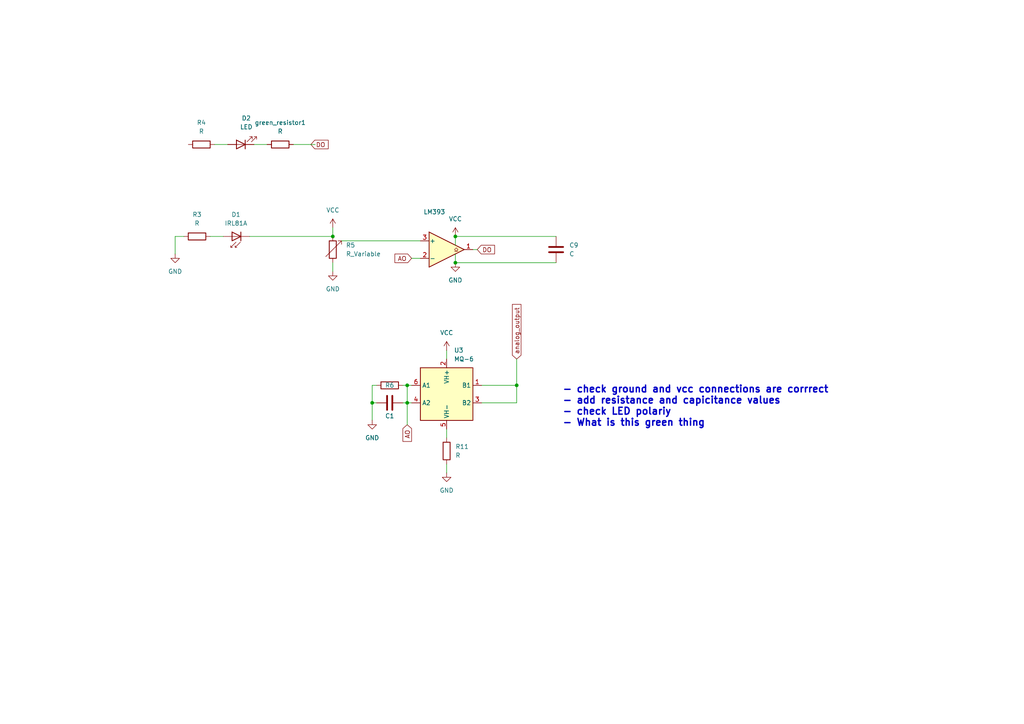
<source format=kicad_sch>
(kicad_sch (version 20250114) (generator "eeschema") (generator_version "9.0")
  (paper "A4")
  (lib_symbols
    (symbol "Comparator:LM393" (pin_names (offset 0.127))
      (property "Reference" "U" (at 3.81 3.81 0))
      (property "Value" "LM393" (at 6.35 -3.81 0))
      (symbol "LM393_1_1"
        (polyline (pts (xy -5.08 5.08) (xy 5.08 0) (xy -5.08 -5.08) (xy -5.08 5.08)) (stroke (width 0.254)) (fill (type background)))
        (polyline (pts (xy 3.302 -0.508) (xy 2.794 -0.508) (xy 3.302 0) (xy 2.794 0.508) (xy 2.286 0) (xy 2.794 -0.508) (xy 2.286 -0.508)) (stroke (width 0.127)))
        (pin input line (at -7.62 2.54 0) (length 2.54) (name "+") (number "3"))
        (pin input line (at -7.62 -2.54 0) (length 2.54) (name "-") (number "2"))
        (pin open_collector line (at 7.62 0 180) (length 2.54) (name "~") (number "1"))
      )
      (symbol "LM393_2_1"
        (polyline (pts (xy -5.08 5.08) (xy 5.08 0) (xy -5.08 -5.08) (xy -5.08 5.08)) (stroke (width 0.254)) (fill (type background)))
        (polyline (pts (xy 3.302 -0.508) (xy 2.794 -0.508) (xy 3.302 0) (xy 2.794 0.508) (xy 2.286 0) (xy 2.794 -0.508) (xy 2.286 -0.508)) (stroke (width 0.127)))
        (pin input line (at -7.62 2.54 0) (length 2.54) (name "+") (number "5"))
        (pin input line (at -7.62 -2.54 0) (length 2.54) (name "-") (number "6"))
        (pin open_collector line (at 7.62 0 180) (length 2.54) (name "~") (number "7"))
      )
      (symbol "LM393_3_1"
        (pin power_in line (at -2.54 7.62 270) (length 3.81) (name "V+") (number "8"))
        (pin power_in line (at -2.54 -7.62 90) (length 3.81) (name "V-") (number "4"))
      )
    )
    (symbol "Device:C" (pin_numbers (hide yes)) (pin_names (offset 0.254))
      (property "Reference" "C" (at 0.635 2.54 0))
      (property "Value" "C" (at 0.635 -2.54 0))
      (symbol "C_0_1"
        (polyline (pts (xy -2.032 0.762) (xy 2.032 0.762)) (stroke (width 0.508)))
        (polyline (pts (xy -2.032 -0.762) (xy 2.032 -0.762)) (stroke (width 0.508)))
      )
      (symbol "C_1_1"
        (pin passive line (at 0 3.81 270) (length 2.794) (name "~") (number "1"))
        (pin passive line (at 0 -3.81 90) (length 2.794) (name "~") (number "2"))
      )
    )
    (symbol "Device:LED" (pin_numbers (hide yes)) (pin_names (offset 1.016) (hide yes))
      (property "Reference" "D" (at 0 2.54 0))
      (property "Value" "LED" (at 0 -2.54 0))
      (symbol "LED_0_1"
        (polyline (pts (xy -3.048 -0.762) (xy -4.572 -2.286) (xy -3.81 -2.286) (xy -4.572 -2.286) (xy -4.572 -1.524)))
        (polyline (pts (xy -1.778 -0.762) (xy -3.302 -2.286) (xy -2.54 -2.286) (xy -3.302 -2.286) (xy -3.302 -1.524)))
        (polyline (pts (xy -1.27 0) (xy 1.27 0)))
        (polyline (pts (xy -1.27 -1.27) (xy -1.27 1.27)) (stroke (width 0.254)))
        (polyline (pts (xy 1.27 -1.27) (xy 1.27 1.27) (xy -1.27 0) (xy 1.27 -1.27)) (stroke (width 0.254)))
      )
      (symbol "LED_1_1"
        (pin passive line (at -3.81 0 0) (length 2.54) (name "K") (number "1"))
        (pin passive line (at 3.81 0 180) (length 2.54) (name "A") (number "2"))
      )
    )
    (symbol "Device:R" (pin_numbers (hide yes)) (pin_names (offset 0))
      (property "Reference" "R" (at 2.032 0 90))
      (property "Value" "R" (at 0 0 90))
      (symbol "R_0_1"
        (rectangle (start -1.016 -2.54) (end 1.016 2.54) (stroke (width 0.254)))
      )
      (symbol "R_1_1"
        (pin passive line (at 0 3.81 270) (length 1.27) (name "~") (number "1"))
        (pin passive line (at 0 -3.81 90) (length 1.27) (name "~") (number "2"))
      )
    )
    (symbol "Device:R_Variable" (pin_numbers (hide yes)) (pin_names (offset 0))
      (property "Reference" "R" (at 2.54 -2.54 90))
      (property "Value" "R_Variable" (at -2.54 -1.27 90))
      (symbol "R_Variable_0_1"
        (rectangle (start -1.016 -2.54) (end 1.016 2.54) (stroke (width 0.254)))
        (polyline (pts (xy 2.54 1.524) (xy 2.54 2.54) (xy 1.524 2.54) (xy 2.54 2.54) (xy -2.032 -2.032)))
      )
      (symbol "R_Variable_1_1"
        (pin passive line (at 0 3.81 270) (length 1.27) (name "~") (number "1"))
        (pin passive line (at 0 -3.81 90) (length 1.27) (name "~") (number "2"))
      )
    )
    (symbol "LED:IRL81A" (pin_numbers (hide yes)) (pin_names (offset 1.016) (hide yes))
      (property "Reference" "D" (at 0.508 1.778 0))
      (property "Value" "IRL81A" (at -1.016 -2.794 0))
      (symbol "IRL81A_0_1"
        (polyline (pts (xy -2.54 1.27) (xy -2.54 -1.27)) (stroke (width 0.254)))
        (polyline (pts (xy -2.54 0) (xy 0 0)))
        (polyline (pts (xy -2.413 1.651) (xy -0.889 3.175) (xy -0.889 2.667) (xy -0.889 3.175) (xy -1.397 3.175)))
        (polyline (pts (xy -1.143 1.651) (xy 0.381 3.175) (xy 0.381 2.667)))
        (polyline (pts (xy 0 -1.27) (xy 0 1.27) (xy -2.54 0) (xy 0 -1.27)) (stroke (width 0.254)))
        (polyline (pts (xy 0.381 3.175) (xy -0.127 3.175)))
      )
      (symbol "IRL81A_1_1"
        (pin passive line (at -5.08 0 0) (length 2.54) (name "K") (number "1"))
        (pin passive line (at 2.54 0 180) (length 2.54) (name "A") (number "2"))
      )
    )
    (symbol "Sensor_Gas:MQ-6"
      (property "Reference" "U" (at -6.35 8.89 0))
      (property "Value" "MQ-6" (at 3.81 8.89 0))
      (symbol "MQ-6_0_1"
        (rectangle (start -7.62 7.62) (end 7.62 -7.62) (stroke (width 0.254)) (fill (type background)))
      )
      (symbol "MQ-6_1_1"
        (pin passive line (at -10.16 2.54 0) (length 2.54) (name "A1") (number "6"))
        (pin passive line (at -10.16 -2.54 0) (length 2.54) (name "A2") (number "4"))
        (pin power_in line (at 0 10.16 270) (length 2.54) (name "VH+") (number "2"))
        (pin power_in line (at 0 -10.16 90) (length 2.54) (name "VH-") (number "5"))
        (pin passive line (at 10.16 2.54 180) (length 2.54) (name "B1") (number "1"))
        (pin passive line (at 10.16 -2.54 180) (length 2.54) (name "B2") (number "3"))
      )
    )
    (symbol "power:GND" (power) (pin_numbers (hide yes)) (pin_names (offset 0) (hide yes))
      (property "Value" "GND" (at 0 -3.81 0))
      (symbol "GND_0_1"
        (polyline (pts (xy 0 0) (xy 0 -1.27) (xy 1.27 -1.27) (xy 0 -2.54) (xy -1.27 -1.27) (xy 0 -1.27)))
      )
      (symbol "GND_1_1"
        (pin power_in line (at 0 0 270) (length 0) (name "~") (number "1"))
      )
    )
    (symbol "power:VCC" (power) (pin_numbers (hide yes)) (pin_names (offset 0) (hide yes))
      (property "Value" "VCC" (at 0 3.556 0))
      (symbol "VCC_0_1"
        (polyline (pts (xy -0.762 1.27) (xy 0 2.54)))
        (polyline (pts (xy 0 2.54) (xy 0.762 1.27)))
        (polyline (pts (xy 0 0) (xy 0 2.54)))
      )
      (symbol "VCC_1_1"
        (pin power_in line (at 0 0 90) (length 0) (name "~") (number "1"))
      )
    )
  )
  (text "\n- check ground and vcc connections are corrrect\n- add resistance and capicitance values\n- check LED polariy \n- What is this green thing\n\n\n\n\n" (at 163.068 122.682 0) (effects (font (size 2 2) (thickness 0.4) (bold yes)) (justify left)))
  (junction (at 149.86 111.76))
  (junction (at 118.11 116.84))
  (junction (at 107.95 116.84))
  (junction (at 118.11 111.76))
  (junction (at 96.52 68.58))
  (junction (at 132.08 68.58))
  (junction (at 132.08 76.2))
  (wire (pts (xy 132.08 68.58) (xy 132.08 71.12)))
  (wire (pts (xy 50.8 68.58) (xy 50.8 73.66)))
  (wire (pts (xy 107.95 111.76) (xy 109.22 111.76)))
  (wire (pts (xy 129.54 124.46) (xy 129.54 127)))
  (wire (pts (xy 116.84 111.76) (xy 118.11 111.76)))
  (wire (pts (xy 60.96 68.58) (xy 64.77 68.58)))
  (wire (pts (xy 96.52 66.04) (xy 96.52 68.58)))
  (wire (pts (xy 119.38 74.93) (xy 121.92 74.93)))
  (wire (pts (xy 118.11 116.84) (xy 118.11 123.19)))
  (wire (pts (xy 96.52 76.2) (xy 96.52 78.74)))
  (wire (pts (xy 119.38 111.76) (xy 118.11 111.76)))
  (wire (pts (xy 137.16 72.39) (xy 138.43 72.39)))
  (wire (pts (xy 129.54 101.6) (xy 129.54 104.14)))
  (wire (pts (xy 107.95 111.76) (xy 107.95 116.84)))
  (wire (pts (xy 116.84 116.84) (xy 118.11 116.84)))
  (wire (pts (xy 118.11 116.84) (xy 119.38 116.84)))
  (wire (pts (xy 149.86 111.76) (xy 149.86 116.84)))
  (wire (pts (xy 72.39 68.58) (xy 96.52 68.58)))
  (wire (pts (xy 161.29 68.58) (xy 132.08 68.58)))
  (wire (pts (xy 132.08 76.2) (xy 161.29 76.2)))
  (wire (pts (xy 129.54 134.62) (xy 129.54 137.16)))
  (wire (pts (xy 139.7 116.84) (xy 149.86 116.84)))
  (wire (pts (xy 107.95 116.84) (xy 107.95 121.92)))
  (wire (pts (xy 139.7 111.76) (xy 149.86 111.76)))
  (wire (pts (xy 53.34 68.58) (xy 50.8 68.58)))
  (wire (pts (xy 149.86 104.14) (xy 149.86 111.76)))
  (wire (pts (xy 62.23 41.91) (xy 66.04 41.91)))
  (wire (pts (xy 107.95 116.84) (xy 109.22 116.84)))
  (wire (pts (xy 132.08 73.66) (xy 132.08 76.2)))
  (wire (pts (xy 73.66 41.91) (xy 77.47 41.91)))
  (wire (pts (xy 85.09 41.91) (xy 91.44 41.91)))
  (wire (pts (xy 118.11 111.76) (xy 118.11 116.84)))
  (wire (pts (xy 99.06 69.85) (xy 121.92 69.85)))
  (global_label "analog_output" (shape input) (at 149.86 104.14 90) (property "Intersheetrefs" "${INTERSHEET_REFS}" (effects (hide yes))))
  (global_label "AO" (shape input) (at 118.11 123.19 270) (property "Intersheetrefs" "${INTERSHEET_REFS}" (effects (hide yes))))
  (global_label "AO" (shape input) (at 119.38 74.93 180) (property "Intersheetrefs" "${INTERSHEET_REFS}" (effects (hide yes))))
  (global_label "DO" (shape input) (at 138.43 72.39 0) (property "Intersheetrefs" "${INTERSHEET_REFS}" (effects (hide yes))))
  (global_label "DO" (shape input) (at 90.17 41.91 0) (property "Intersheetrefs" "${INTERSHEET_REFS}" (effects (hide yes))))
  (symbol (lib_id "Device:C") (at 113.03 116.84 270) (unit 1)
    (property "Reference" "C1" (at 113.03 120.65 90))
    (property "Value" "C" (effects (hide yes)))
    (property "Footprint" "Photon:C0603" (effects (hide yes)))
    (property "Description" "Unpolarized capacitor" (effects (hide yes)))
  )
  (symbol (lib_id "Device:R") (at 58.42 41.91 90) (unit 1)
    (property "Reference" "R4" (at 58.42 35.56 90))
    (property "Value" "R" (at 58.42 38.1 90))
    (property "Footprint" "Photon:R_0603_1608Metric_Pad0.98x0.95mm_HandSolder" (effects (hide yes)))
    (property "Description" "Resistor" (effects (hide yes)))
  )
  (symbol (lib_id "Device:R") (at 129.54 130.81 0) (unit 1)
    (property "Reference" "R11" (at 132.08 129.5399 0) (effects (justify left)))
    (property "Value" "R" (at 132.08 132.0799 0) (effects (justify left)))
    (property "Footprint" "Photon:R_0603_1608Metric_Pad0.98x0.95mm_HandSolder" (effects (hide yes)))
    (property "Description" "Resistor" (effects (hide yes)))
  )
  (symbol (lib_id "power:GND") (at 50.8 73.66 0) (unit 1)
    (property "Reference" "#PWR0108" (effects (hide yes)))
    (property "Value" "GND" (at 50.8 78.74 0))
    (property "Description" "Power symbol creates a global label with name \"GND\" , ground" (effects (hide yes)))
  )
  (symbol (lib_id "Device:R") (at 81.28 41.91 90) (unit 1)
    (property "Reference" "green_resistor1" (at 81.28 35.56 90))
    (property "Value" "R" (at 81.28 38.1 90))
    (property "Description" "Resistor" (effects (hide yes)))
  )
  (symbol (lib_id "power:GND") (at 107.95 121.92 0) (unit 1)
    (property "Reference" "#PWR0105" (effects (hide yes)))
    (property "Value" "GND" (at 107.95 127 0))
    (property "Description" "Power symbol creates a global label with name \"GND\" , ground" (effects (hide yes)))
  )
  (symbol (lib_id "Device:R") (at 113.03 111.76 90) (unit 1)
    (property "Reference" "R6" (at 113.03 111.76 90))
    (property "Value" "R" (effects (hide yes)))
    (property "Footprint" "Photon:R_0603_1608Metric_Pad0.98x0.95mm_HandSolder" (effects (hide yes)))
    (property "Description" "Resistor" (effects (hide yes)))
  )
  (symbol (lib_id "Device:C") (at 161.29 72.39 0) (unit 1)
    (property "Reference" "C9" (at 165.1 71.1199 0) (effects (justify left)))
    (property "Value" "C" (at 165.1 73.6599 0) (effects (justify left)))
    (property "Footprint" "Photon:C0603" (effects (hide yes)))
    (property "Description" "Unpolarized capacitor" (effects (hide yes)))
  )
  (symbol (lib_id "power:GND") (at 129.54 137.16 0) (unit 1)
    (property "Reference" "#PWR0101" (effects (hide yes)))
    (property "Value" "GND" (at 129.54 142.24 0))
    (property "Description" "Power symbol creates a global label with name \"GND\" , ground" (effects (hide yes)))
  )
  (symbol (lib_id "power:VCC") (at 96.52 66.04 0) (unit 1)
    (property "Reference" "#PWR0106" (effects (hide yes)))
    (property "Value" "VCC" (at 96.52 60.96 0))
    (property "Description" "Power symbol creates a global label with name \"VCC\"" (effects (hide yes)))
  )
  (symbol (lib_id "Comparator:LM393") (at 129.54 72.39 0) (unit 1)
    (property "Reference" "U2" (effects (hide yes)))
    (property "Value" "LM393" (at 125.984 61.468 0))
    (property "Datasheet" "http://www.ti.com/lit/ds/symlink/lm393.pdf" (effects (hide yes)))
    (property "Description" "Low-Power, Low-Offset Voltage, Dual Comparators, DIP-8/SOIC-8/TO-99-8" (effects (hide yes)))
  )
  (symbol (lib_id "power:GND") (at 96.52 78.74 0) (unit 1)
    (property "Reference" "#PWR0107" (effects (hide yes)))
    (property "Value" "GND" (at 96.52 83.82 0))
    (property "Description" "Power symbol creates a global label with name \"GND\" , ground" (effects (hide yes)))
  )
  (symbol (lib_id "Sensor_Gas:MQ-6") (at 129.54 114.3 0) (unit 1)
    (property "Reference" "U3" (at 131.6833 101.6 0) (effects (justify left)))
    (property "Value" "MQ-6" (at 131.6833 104.14 0) (effects (justify left)))
    (property "Footprint" "Sensor:MQ-6" (effects (hide yes)))
    (property "Datasheet" "https://www.winsen-sensor.com/d/files/semiconductor/mq-6.pdf" (effects (hide yes)))
    (property "Description" "Semiconductor Sensor for Flammable Gas" (effects (hide yes)))
  )
  (symbol (lib_id "Device:R") (at 57.15 68.58 90) (unit 1)
    (property "Reference" "R3" (at 57.15 62.23 90))
    (property "Value" "R" (at 57.15 64.77 90))
    (property "Footprint" "Photon:R_0603_1608Metric_Pad0.98x0.95mm_HandSolder" (effects (hide yes)))
    (property "Description" "Resistor" (effects (hide yes)))
  )
  (symbol (lib_id "power:VCC") (at 132.08 68.58 0) (unit 1)
    (property "Reference" "#PWR0103" (effects (hide yes)))
    (property "Value" "VCC" (at 132.08 63.5 0))
    (property "Description" "Power symbol creates a global label with name \"VCC\"" (effects (hide yes)))
  )
  (symbol (lib_id "Device:LED") (at 69.85 41.91 180) (unit 1)
    (property "Reference" "D2" (at 71.4375 34.29 0))
    (property "Value" "LED" (at 71.4375 36.83 0))
    (property "Description" "Light emitting diode" (effects (hide yes)))
    (property "Sim.Pins" "1=K 2=A" (effects (hide yes)))
  )
  (symbol (lib_id "power:GND") (at 132.08 76.2 0) (unit 1)
    (property "Reference" "#PWR0104" (effects (hide yes)))
    (property "Value" "GND" (at 132.08 81.28 0))
    (property "Description" "Power symbol creates a global label with name \"GND\" , ground" (effects (hide yes)))
  )
  (symbol (lib_id "LED:IRL81A") (at 67.31 68.58 180) (unit 1)
    (property "Reference" "D1" (at 68.453 62.23 0))
    (property "Value" "IRL81A" (at 68.453 64.77 0))
    (property "Footprint" "LED_THT:LED_SideEmitter_Rectangular_W4.5mm_H1.6mm" (effects (hide yes)))
    (property "Datasheet" "http://www.osram-os.com/Graphics/XPic0/00203825_0.pdf" (effects (hide yes)))
    (property "Description" "850nm High Power Infrared Emitter, Side-Emitter package" (effects (hide yes)))
  )
  (symbol (lib_id "Device:R_Variable") (at 96.52 72.39 0) (unit 1)
    (property "Reference" "R5" (at 100.33 71.1199 0) (effects (justify left)))
    (property "Value" "R_Variable" (at 100.33 73.6599 0) (effects (justify left)))
    (property "Description" "Variable resistor" (effects (hide yes)))
  )
  (symbol (lib_id "power:VCC") (at 129.54 101.6 0) (unit 1)
    (property "Reference" "#PWR0102" (effects (hide yes)))
    (property "Value" "VCC" (at 129.54 96.52 0))
    (property "Description" "Power symbol creates a global label with name \"VCC\"" (effects (hide yes)))
  )
)
</source>
